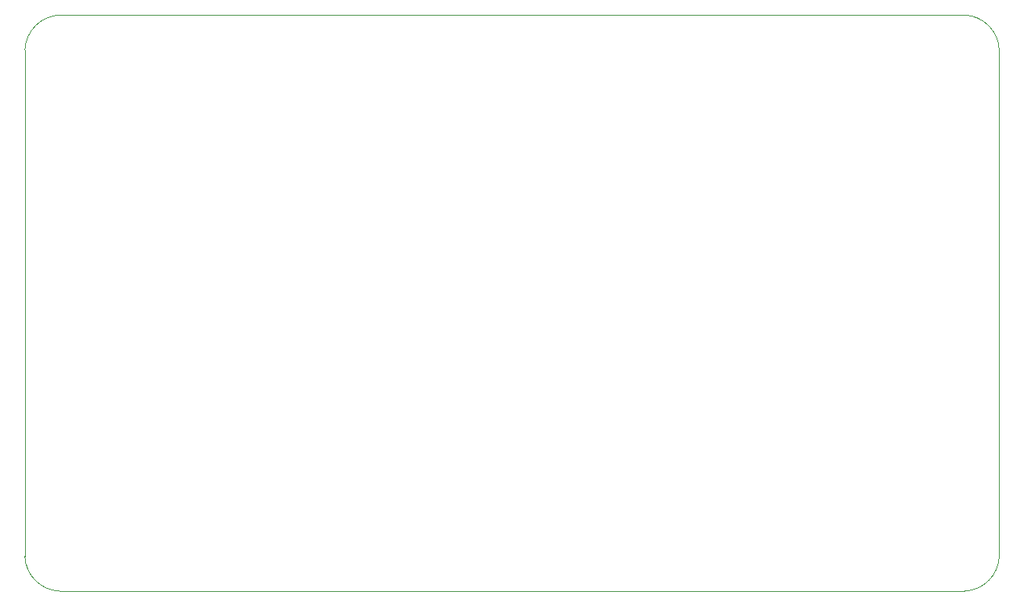
<source format=gbr>
%TF.GenerationSoftware,KiCad,Pcbnew,(6.0.11)*%
%TF.CreationDate,2024-04-30T16:24:35+07:00*%
%TF.ProjectId,Oxygen Monitoring,4f787967-656e-4204-9d6f-6e69746f7269,rev?*%
%TF.SameCoordinates,Original*%
%TF.FileFunction,Profile,NP*%
%FSLAX46Y46*%
G04 Gerber Fmt 4.6, Leading zero omitted, Abs format (unit mm)*
G04 Created by KiCad (PCBNEW (6.0.11)) date 2024-04-30 16:24:35*
%MOMM*%
%LPD*%
G01*
G04 APERTURE LIST*
%TA.AperFunction,Profile*%
%ADD10C,0.100000*%
%TD*%
G04 APERTURE END LIST*
D10*
X116948000Y-195037000D02*
X19158000Y-195037000D01*
X120695600Y-191281800D02*
X120695600Y-136519400D01*
X116948000Y-132737000D02*
X19158000Y-132737000D01*
X15395600Y-191281800D02*
X15395600Y-136519400D01*
X116948000Y-195036989D02*
G75*
G03*
X120695600Y-191281800I-157500J3904789D01*
G01*
X19158000Y-132737000D02*
G75*
G03*
X15395600Y-136519400I187830J-3949290D01*
G01*
X15395591Y-191281800D02*
G75*
G03*
X19158000Y-195037000I3920529J165640D01*
G01*
X120695658Y-136519398D02*
G75*
G03*
X116948000Y-132737000I-3934658J-150702D01*
G01*
M02*

</source>
